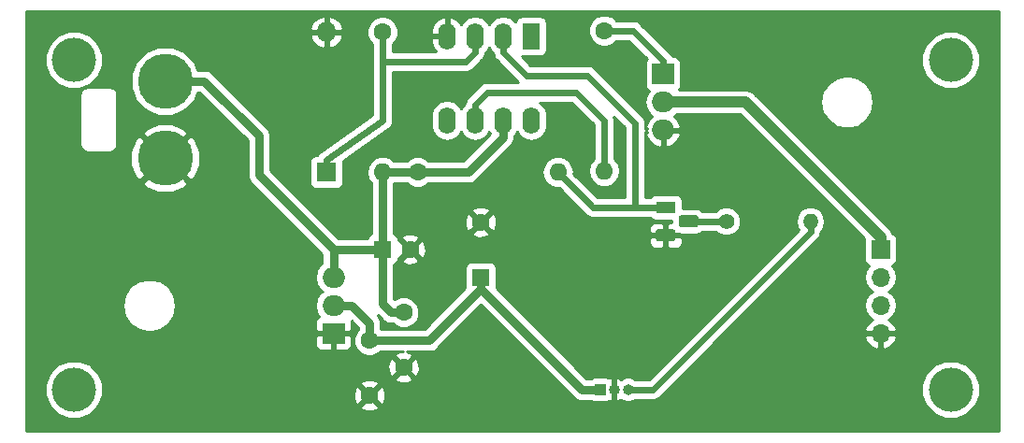
<source format=gbr>
G04 #@! TF.GenerationSoftware,KiCad,Pcbnew,(5.0.2-5)-5*
G04 #@! TF.CreationDate,2019-02-27T22:15:12+01:00*
G04 #@! TF.ProjectId,IkeaTradfriLEDdriver,496b6561-5472-4616-9466-72694c454464,rev?*
G04 #@! TF.SameCoordinates,Original*
G04 #@! TF.FileFunction,Copper,L2,Bot*
G04 #@! TF.FilePolarity,Positive*
%FSLAX46Y46*%
G04 Gerber Fmt 4.6, Leading zero omitted, Abs format (unit mm)*
G04 Created by KiCad (PCBNEW (5.0.2-5)-5) date 2019 February 27, Wednesday 22:15:12*
%MOMM*%
%LPD*%
G01*
G04 APERTURE LIST*
G04 #@! TA.AperFunction,ComponentPad*
%ADD10O,2.000000X1.905000*%
G04 #@! TD*
G04 #@! TA.AperFunction,ComponentPad*
%ADD11R,2.000000X1.905000*%
G04 #@! TD*
G04 #@! TA.AperFunction,ComponentPad*
%ADD12R,1.800000X1.100000*%
G04 #@! TD*
G04 #@! TA.AperFunction,Conductor*
%ADD13C,0.100000*%
G04 #@! TD*
G04 #@! TA.AperFunction,ComponentPad*
%ADD14C,1.100000*%
G04 #@! TD*
G04 #@! TA.AperFunction,ComponentPad*
%ADD15O,1.600000X2.400000*%
G04 #@! TD*
G04 #@! TA.AperFunction,ComponentPad*
%ADD16R,1.600000X2.400000*%
G04 #@! TD*
G04 #@! TA.AperFunction,ComponentPad*
%ADD17R,1.600000X1.600000*%
G04 #@! TD*
G04 #@! TA.AperFunction,ComponentPad*
%ADD18C,1.600000*%
G04 #@! TD*
G04 #@! TA.AperFunction,ComponentPad*
%ADD19R,1.800000X1.800000*%
G04 #@! TD*
G04 #@! TA.AperFunction,ComponentPad*
%ADD20O,1.800000X1.800000*%
G04 #@! TD*
G04 #@! TA.AperFunction,ComponentPad*
%ADD21R,1.000000X1.000000*%
G04 #@! TD*
G04 #@! TA.AperFunction,ComponentPad*
%ADD22O,1.000000X1.000000*%
G04 #@! TD*
G04 #@! TA.AperFunction,ComponentPad*
%ADD23R,1.700000X1.700000*%
G04 #@! TD*
G04 #@! TA.AperFunction,ComponentPad*
%ADD24O,1.700000X1.700000*%
G04 #@! TD*
G04 #@! TA.AperFunction,ComponentPad*
%ADD25O,1.600000X1.600000*%
G04 #@! TD*
G04 #@! TA.AperFunction,ComponentPad*
%ADD26C,1.400000*%
G04 #@! TD*
G04 #@! TA.AperFunction,ComponentPad*
%ADD27O,1.400000X1.400000*%
G04 #@! TD*
G04 #@! TA.AperFunction,ComponentPad*
%ADD28C,5.000000*%
G04 #@! TD*
G04 #@! TA.AperFunction,ViaPad*
%ADD29C,4.000000*%
G04 #@! TD*
G04 #@! TA.AperFunction,Conductor*
%ADD30C,0.800000*%
G04 #@! TD*
G04 #@! TA.AperFunction,Conductor*
%ADD31C,0.600000*%
G04 #@! TD*
G04 #@! TA.AperFunction,Conductor*
%ADD32C,1.000000*%
G04 #@! TD*
G04 #@! TA.AperFunction,Conductor*
%ADD33C,0.250000*%
G04 #@! TD*
G04 #@! TA.AperFunction,Conductor*
%ADD34C,0.254000*%
G04 #@! TD*
G04 APERTURE END LIST*
D10*
G04 #@! TO.P,U2,3*
G04 #@! TO.N,+12V*
X123825000Y-93980000D03*
G04 #@! TO.P,U2,2*
G04 #@! TO.N,+3V3*
X123825000Y-96520000D03*
D11*
G04 #@! TO.P,U2,1*
G04 #@! TO.N,GND*
X123825000Y-99060000D03*
G04 #@! TD*
D10*
G04 #@! TO.P,Q1,3*
G04 #@! TO.N,GND*
X153670000Y-80645000D03*
G04 #@! TO.P,Q1,2*
G04 #@! TO.N,Net-(J3-Pad1)*
X153670000Y-78105000D03*
D11*
G04 #@! TO.P,Q1,1*
G04 #@! TO.N,Net-(Q1-Pad1)*
X153670000Y-75565000D03*
G04 #@! TD*
D12*
G04 #@! TO.P,Q2,1*
G04 #@! TO.N,Net-(Q2-Pad1)*
X153905000Y-87630000D03*
D13*
G04 #@! TD*
G04 #@! TO.N,GND*
G04 #@! TO.C,Q2*
G36*
X154556955Y-89621324D02*
X154583650Y-89625284D01*
X154609828Y-89631841D01*
X154635238Y-89640933D01*
X154659634Y-89652472D01*
X154682782Y-89666346D01*
X154704458Y-89682422D01*
X154724454Y-89700546D01*
X154742578Y-89720542D01*
X154758654Y-89742218D01*
X154772528Y-89765366D01*
X154784067Y-89789762D01*
X154793159Y-89815172D01*
X154799716Y-89841350D01*
X154803676Y-89868045D01*
X154805000Y-89895000D01*
X154805000Y-90445000D01*
X154803676Y-90471955D01*
X154799716Y-90498650D01*
X154793159Y-90524828D01*
X154784067Y-90550238D01*
X154772528Y-90574634D01*
X154758654Y-90597782D01*
X154742578Y-90619458D01*
X154724454Y-90639454D01*
X154704458Y-90657578D01*
X154682782Y-90673654D01*
X154659634Y-90687528D01*
X154635238Y-90699067D01*
X154609828Y-90708159D01*
X154583650Y-90714716D01*
X154556955Y-90718676D01*
X154530000Y-90720000D01*
X153280000Y-90720000D01*
X153253045Y-90718676D01*
X153226350Y-90714716D01*
X153200172Y-90708159D01*
X153174762Y-90699067D01*
X153150366Y-90687528D01*
X153127218Y-90673654D01*
X153105542Y-90657578D01*
X153085546Y-90639454D01*
X153067422Y-90619458D01*
X153051346Y-90597782D01*
X153037472Y-90574634D01*
X153025933Y-90550238D01*
X153016841Y-90524828D01*
X153010284Y-90498650D01*
X153006324Y-90471955D01*
X153005000Y-90445000D01*
X153005000Y-89895000D01*
X153006324Y-89868045D01*
X153010284Y-89841350D01*
X153016841Y-89815172D01*
X153025933Y-89789762D01*
X153037472Y-89765366D01*
X153051346Y-89742218D01*
X153067422Y-89720542D01*
X153085546Y-89700546D01*
X153105542Y-89682422D01*
X153127218Y-89666346D01*
X153150366Y-89652472D01*
X153174762Y-89640933D01*
X153200172Y-89631841D01*
X153226350Y-89625284D01*
X153253045Y-89621324D01*
X153280000Y-89620000D01*
X154530000Y-89620000D01*
X154556955Y-89621324D01*
X154556955Y-89621324D01*
G37*
D14*
G04 #@! TO.P,Q2,3*
G04 #@! TO.N,GND*
X153905000Y-90170000D03*
D13*
G04 #@! TD*
G04 #@! TO.N,Net-(Q2-Pad2)*
G04 #@! TO.C,Q2*
G36*
X156626955Y-88351324D02*
X156653650Y-88355284D01*
X156679828Y-88361841D01*
X156705238Y-88370933D01*
X156729634Y-88382472D01*
X156752782Y-88396346D01*
X156774458Y-88412422D01*
X156794454Y-88430546D01*
X156812578Y-88450542D01*
X156828654Y-88472218D01*
X156842528Y-88495366D01*
X156854067Y-88519762D01*
X156863159Y-88545172D01*
X156869716Y-88571350D01*
X156873676Y-88598045D01*
X156875000Y-88625000D01*
X156875000Y-89175000D01*
X156873676Y-89201955D01*
X156869716Y-89228650D01*
X156863159Y-89254828D01*
X156854067Y-89280238D01*
X156842528Y-89304634D01*
X156828654Y-89327782D01*
X156812578Y-89349458D01*
X156794454Y-89369454D01*
X156774458Y-89387578D01*
X156752782Y-89403654D01*
X156729634Y-89417528D01*
X156705238Y-89429067D01*
X156679828Y-89438159D01*
X156653650Y-89444716D01*
X156626955Y-89448676D01*
X156600000Y-89450000D01*
X155350000Y-89450000D01*
X155323045Y-89448676D01*
X155296350Y-89444716D01*
X155270172Y-89438159D01*
X155244762Y-89429067D01*
X155220366Y-89417528D01*
X155197218Y-89403654D01*
X155175542Y-89387578D01*
X155155546Y-89369454D01*
X155137422Y-89349458D01*
X155121346Y-89327782D01*
X155107472Y-89304634D01*
X155095933Y-89280238D01*
X155086841Y-89254828D01*
X155080284Y-89228650D01*
X155076324Y-89201955D01*
X155075000Y-89175000D01*
X155075000Y-88625000D01*
X155076324Y-88598045D01*
X155080284Y-88571350D01*
X155086841Y-88545172D01*
X155095933Y-88519762D01*
X155107472Y-88495366D01*
X155121346Y-88472218D01*
X155137422Y-88450542D01*
X155155546Y-88430546D01*
X155175542Y-88412422D01*
X155197218Y-88396346D01*
X155220366Y-88382472D01*
X155244762Y-88370933D01*
X155270172Y-88361841D01*
X155296350Y-88355284D01*
X155323045Y-88351324D01*
X155350000Y-88350000D01*
X156600000Y-88350000D01*
X156626955Y-88351324D01*
X156626955Y-88351324D01*
G37*
D14*
G04 #@! TO.P,Q2,2*
G04 #@! TO.N,Net-(Q2-Pad2)*
X155975000Y-88900000D03*
G04 #@! TD*
D15*
G04 #@! TO.P,U1,8*
G04 #@! TO.N,N/C*
X141732000Y-79756000D03*
G04 #@! TO.P,U1,4*
G04 #@! TO.N,GND*
X134112000Y-72136000D03*
G04 #@! TO.P,U1,7*
G04 #@! TO.N,+12V*
X139192000Y-79756000D03*
G04 #@! TO.P,U1,3*
G04 #@! TO.N,Net-(D1-Pad1)*
X136652000Y-72136000D03*
G04 #@! TO.P,U1,6*
G04 #@! TO.N,Net-(R3-Pad2)*
X136652000Y-79756000D03*
G04 #@! TO.P,U1,2*
G04 #@! TO.N,Net-(Q2-Pad1)*
X139192000Y-72136000D03*
G04 #@! TO.P,U1,5*
G04 #@! TO.N,N/C*
X134112000Y-79756000D03*
D16*
G04 #@! TO.P,U1,1*
X141732000Y-72136000D03*
G04 #@! TD*
D17*
G04 #@! TO.P,C1,1*
G04 #@! TO.N,+12V*
X128270000Y-91440000D03*
D18*
G04 #@! TO.P,C1,2*
G04 #@! TO.N,GND*
X130770000Y-91440000D03*
G04 #@! TD*
G04 #@! TO.P,C2,1*
G04 #@! TO.N,+12V*
X130175000Y-97155000D03*
G04 #@! TO.P,C2,2*
G04 #@! TO.N,GND*
X130175000Y-102155000D03*
G04 #@! TD*
G04 #@! TO.P,C3,2*
G04 #@! TO.N,GND*
X127080000Y-104695000D03*
G04 #@! TO.P,C3,1*
G04 #@! TO.N,+3V3*
X127080000Y-99695000D03*
G04 #@! TD*
D17*
G04 #@! TO.P,C4,1*
G04 #@! TO.N,+3V3*
X137160000Y-93980000D03*
D18*
G04 #@! TO.P,C4,2*
G04 #@! TO.N,GND*
X137160000Y-88980000D03*
G04 #@! TD*
D19*
G04 #@! TO.P,D1,1*
G04 #@! TO.N,Net-(D1-Pad1)*
X123190000Y-84455000D03*
D20*
G04 #@! TO.P,D1,2*
G04 #@! TO.N,GND*
X123190000Y-71755000D03*
G04 #@! TD*
D21*
G04 #@! TO.P,J2,1*
G04 #@! TO.N,+3V3*
X147955000Y-104140000D03*
D22*
G04 #@! TO.P,J2,2*
G04 #@! TO.N,GND*
X149225000Y-104140000D03*
G04 #@! TO.P,J2,3*
G04 #@! TO.N,pwm*
X150495000Y-104140000D03*
G04 #@! TD*
D23*
G04 #@! TO.P,J3,1*
G04 #@! TO.N,Net-(J3-Pad1)*
X173355000Y-91440000D03*
D24*
G04 #@! TO.P,J3,2*
X173355000Y-93980000D03*
G04 #@! TO.P,J3,3*
X173355000Y-96520000D03*
G04 #@! TO.P,J3,4*
G04 #@! TO.N,GND*
X173355000Y-99060000D03*
G04 #@! TD*
D25*
G04 #@! TO.P,R1,2*
G04 #@! TO.N,+12V*
X128270000Y-84455000D03*
D18*
G04 #@! TO.P,R1,1*
G04 #@! TO.N,Net-(D1-Pad1)*
X128270000Y-71755000D03*
G04 #@! TD*
G04 #@! TO.P,R2,1*
G04 #@! TO.N,+12V*
X131445000Y-84455000D03*
D25*
G04 #@! TO.P,R2,2*
G04 #@! TO.N,Net-(Q2-Pad1)*
X144145000Y-84455000D03*
G04 #@! TD*
D18*
G04 #@! TO.P,R3,1*
G04 #@! TO.N,Net-(Q1-Pad1)*
X148336000Y-71628000D03*
D25*
G04 #@! TO.P,R3,2*
G04 #@! TO.N,Net-(R3-Pad2)*
X148336000Y-84328000D03*
G04 #@! TD*
D26*
G04 #@! TO.P,R4,1*
G04 #@! TO.N,Net-(Q2-Pad2)*
X159385000Y-88900000D03*
D27*
G04 #@! TO.P,R4,2*
G04 #@! TO.N,pwm*
X167005000Y-88900000D03*
G04 #@! TD*
D28*
G04 #@! TO.P,H1,1*
G04 #@! TO.N,+12V*
X108585000Y-76200000D03*
G04 #@! TD*
G04 #@! TO.P,H2,1*
G04 #@! TO.N,GND*
X108585000Y-83185000D03*
G04 #@! TD*
D29*
G04 #@! TO.N,*
X100330000Y-104140000D03*
X100330000Y-74295000D03*
X179705000Y-74295000D03*
X179705000Y-104140000D03*
G04 #@! TD*
D30*
G04 #@! TO.N,+12V*
X123825000Y-91440000D02*
X123825000Y-93980000D01*
X128270000Y-84455000D02*
X128270000Y-91440000D01*
X128270000Y-92490000D02*
X128270000Y-91440000D01*
X128270000Y-96381370D02*
X128270000Y-92490000D01*
X129043630Y-97155000D02*
X128270000Y-96381370D01*
X130175000Y-97155000D02*
X129043630Y-97155000D01*
X128270000Y-84455000D02*
X131445000Y-84455000D01*
X139192000Y-81280000D02*
X139192000Y-79756000D01*
X131445000Y-84455000D02*
X136017000Y-84455000D01*
X136017000Y-84455000D02*
X139192000Y-81280000D01*
X112120533Y-76200000D02*
X117094000Y-81173467D01*
X108585000Y-76200000D02*
X112120533Y-76200000D01*
X117094000Y-84709000D02*
X123825000Y-91440000D01*
X117094000Y-81173467D02*
X117094000Y-84709000D01*
X127220000Y-91440000D02*
X123825000Y-91440000D01*
X128270000Y-91440000D02*
X127220000Y-91440000D01*
G04 #@! TO.N,+3V3*
X127080000Y-99695000D02*
X127080000Y-98124000D01*
X127080000Y-98124000D02*
X125476000Y-96520000D01*
X125476000Y-96520000D02*
X123825000Y-96520000D01*
X137160000Y-95030000D02*
X137160000Y-93980000D01*
X132495000Y-99695000D02*
X137160000Y-95030000D01*
X127080000Y-99695000D02*
X132495000Y-99695000D01*
X146270000Y-104140000D02*
X137160000Y-95030000D01*
X147955000Y-104140000D02*
X146270000Y-104140000D01*
D31*
G04 #@! TO.N,Net-(D1-Pad1)*
X135816000Y-74422000D02*
X129025000Y-74422000D01*
X136652000Y-73586000D02*
X135816000Y-74422000D01*
X136652000Y-72136000D02*
X136652000Y-73586000D01*
X128270000Y-74422000D02*
X129025000Y-74422000D01*
X128270000Y-71755000D02*
X128270000Y-74422000D01*
X123190000Y-83305000D02*
X123190000Y-84455000D01*
X128270000Y-74422000D02*
X128270000Y-79756000D01*
X128270000Y-79756000D02*
X123190000Y-83305000D01*
G04 #@! TO.N,pwm*
X151202106Y-104140000D02*
X150495000Y-104140000D01*
X152754949Y-104140000D02*
X151202106Y-104140000D01*
X167005000Y-89889949D02*
X152754949Y-104140000D01*
X167005000Y-88900000D02*
X167005000Y-89889949D01*
D32*
G04 #@! TO.N,Net-(J3-Pad1)*
X173355000Y-90340000D02*
X173355000Y-91440000D01*
X161120000Y-78105000D02*
X173355000Y-90340000D01*
X153670000Y-78105000D02*
X161120000Y-78105000D01*
D33*
G04 #@! TO.N,Net-(Q1-Pad1)*
X153622500Y-75565000D02*
X153670000Y-75565000D01*
D31*
X153670000Y-74362500D02*
X153670000Y-75565000D01*
X150935500Y-71628000D02*
X153670000Y-74362500D01*
X148336000Y-71628000D02*
X150935500Y-71628000D01*
G04 #@! TO.N,Net-(Q2-Pad2)*
X155575000Y-88900000D02*
X159385000Y-88900000D01*
G04 #@! TO.N,Net-(Q2-Pad1)*
X147320000Y-87630000D02*
X144145000Y-84455000D01*
X139192000Y-73586000D02*
X141298000Y-75692000D01*
X139192000Y-72136000D02*
X139192000Y-73586000D01*
X141298000Y-75692000D02*
X146812000Y-75692000D01*
X151130000Y-80010000D02*
X151130000Y-87630000D01*
X146812000Y-75692000D02*
X151130000Y-80010000D01*
X154305000Y-87630000D02*
X151130000Y-87630000D01*
X151130000Y-87630000D02*
X147320000Y-87630000D01*
G04 #@! TO.N,Net-(R3-Pad2)*
X148336000Y-79756000D02*
X148336000Y-84328000D01*
X145796000Y-77216000D02*
X148336000Y-79756000D01*
X137742000Y-77216000D02*
X145796000Y-77216000D01*
X136652000Y-79756000D02*
X136652000Y-78306000D01*
X136652000Y-78306000D02*
X137742000Y-77216000D01*
G04 #@! TD*
D34*
G04 #@! TO.N,GND*
G36*
X184058001Y-107908000D02*
X95977000Y-107908000D01*
X95977000Y-103617457D01*
X97703000Y-103617457D01*
X97703000Y-104662543D01*
X98102937Y-105628076D01*
X98841924Y-106367063D01*
X99807457Y-106767000D01*
X100852543Y-106767000D01*
X101818076Y-106367063D01*
X102482394Y-105702745D01*
X126251861Y-105702745D01*
X126325995Y-105948864D01*
X126863223Y-106141965D01*
X127433454Y-106114778D01*
X127834005Y-105948864D01*
X127908139Y-105702745D01*
X127080000Y-104874605D01*
X126251861Y-105702745D01*
X102482394Y-105702745D01*
X102557063Y-105628076D01*
X102957000Y-104662543D01*
X102957000Y-104478223D01*
X125633035Y-104478223D01*
X125660222Y-105048454D01*
X125826136Y-105449005D01*
X126072255Y-105523139D01*
X126900395Y-104695000D01*
X127259605Y-104695000D01*
X128087745Y-105523139D01*
X128333864Y-105449005D01*
X128526965Y-104911777D01*
X128499778Y-104341546D01*
X128333864Y-103940995D01*
X128087745Y-103866861D01*
X127259605Y-104695000D01*
X126900395Y-104695000D01*
X126072255Y-103866861D01*
X125826136Y-103940995D01*
X125633035Y-104478223D01*
X102957000Y-104478223D01*
X102957000Y-103687255D01*
X126251861Y-103687255D01*
X127080000Y-104515395D01*
X127908139Y-103687255D01*
X127834005Y-103441136D01*
X127296777Y-103248035D01*
X126726546Y-103275222D01*
X126325995Y-103441136D01*
X126251861Y-103687255D01*
X102957000Y-103687255D01*
X102957000Y-103617457D01*
X102768653Y-103162745D01*
X129346861Y-103162745D01*
X129420995Y-103408864D01*
X129958223Y-103601965D01*
X130528454Y-103574778D01*
X130929005Y-103408864D01*
X131003139Y-103162745D01*
X130175000Y-102334605D01*
X129346861Y-103162745D01*
X102768653Y-103162745D01*
X102557063Y-102651924D01*
X101843362Y-101938223D01*
X128728035Y-101938223D01*
X128755222Y-102508454D01*
X128921136Y-102909005D01*
X129167255Y-102983139D01*
X129995395Y-102155000D01*
X130354605Y-102155000D01*
X131182745Y-102983139D01*
X131428864Y-102909005D01*
X131621965Y-102371777D01*
X131594778Y-101801546D01*
X131428864Y-101400995D01*
X131182745Y-101326861D01*
X130354605Y-102155000D01*
X129995395Y-102155000D01*
X129167255Y-101326861D01*
X128921136Y-101400995D01*
X128728035Y-101938223D01*
X101843362Y-101938223D01*
X101818076Y-101912937D01*
X100852543Y-101513000D01*
X99807457Y-101513000D01*
X98841924Y-101912937D01*
X98102937Y-102651924D01*
X97703000Y-103617457D01*
X95977000Y-103617457D01*
X95977000Y-99345750D01*
X122190000Y-99345750D01*
X122190000Y-100138809D01*
X122286673Y-100372198D01*
X122465301Y-100550827D01*
X122698690Y-100647500D01*
X123539250Y-100647500D01*
X123698000Y-100488750D01*
X123698000Y-99187000D01*
X123952000Y-99187000D01*
X123952000Y-100488750D01*
X124110750Y-100647500D01*
X124951310Y-100647500D01*
X125184699Y-100550827D01*
X125363327Y-100372198D01*
X125460000Y-100138809D01*
X125460000Y-99345750D01*
X125301250Y-99187000D01*
X123952000Y-99187000D01*
X123698000Y-99187000D01*
X122348750Y-99187000D01*
X122190000Y-99345750D01*
X95977000Y-99345750D01*
X95977000Y-96520000D01*
X104741432Y-96520000D01*
X104925915Y-97447459D01*
X105451279Y-98233721D01*
X106237541Y-98759085D01*
X106930887Y-98897000D01*
X107399113Y-98897000D01*
X108092459Y-98759085D01*
X108878721Y-98233721D01*
X109404085Y-97447459D01*
X109588568Y-96520000D01*
X109404085Y-95592541D01*
X108878721Y-94806279D01*
X108092459Y-94280915D01*
X107399113Y-94143000D01*
X106930887Y-94143000D01*
X106237541Y-94280915D01*
X105451279Y-94806279D01*
X104925915Y-95592541D01*
X104741432Y-96520000D01*
X95977000Y-96520000D01*
X95977000Y-85420880D01*
X106528725Y-85420880D01*
X106810421Y-85843564D01*
X107962892Y-86320294D01*
X109210072Y-86319705D01*
X110359579Y-85843564D01*
X110641275Y-85420880D01*
X108585000Y-83364605D01*
X106528725Y-85420880D01*
X95977000Y-85420880D01*
X95977000Y-77470000D01*
X100858758Y-77470000D01*
X100873001Y-77541604D01*
X100873000Y-81843401D01*
X100858758Y-81915000D01*
X100915182Y-82198661D01*
X101075863Y-82439137D01*
X101312675Y-82597370D01*
X101316339Y-82599818D01*
X101600000Y-82656242D01*
X101671599Y-82642000D01*
X103433401Y-82642000D01*
X103505000Y-82656242D01*
X103788661Y-82599818D01*
X103843924Y-82562892D01*
X105449706Y-82562892D01*
X105450295Y-83810072D01*
X105926436Y-84959579D01*
X106349120Y-85241275D01*
X108405395Y-83185000D01*
X108764605Y-83185000D01*
X110820880Y-85241275D01*
X111243564Y-84959579D01*
X111720294Y-83807108D01*
X111719705Y-82559928D01*
X111243564Y-81410421D01*
X110820880Y-81128725D01*
X108764605Y-83185000D01*
X108405395Y-83185000D01*
X106349120Y-81128725D01*
X105926436Y-81410421D01*
X105449706Y-82562892D01*
X103843924Y-82562892D01*
X104029137Y-82439137D01*
X104189818Y-82198661D01*
X104232000Y-81986599D01*
X104232000Y-81986598D01*
X104246242Y-81915000D01*
X104232000Y-81843401D01*
X104232000Y-80949120D01*
X106528725Y-80949120D01*
X108585000Y-83005395D01*
X110641275Y-80949120D01*
X110359579Y-80526436D01*
X109207108Y-80049706D01*
X107959928Y-80050295D01*
X106810421Y-80526436D01*
X106528725Y-80949120D01*
X104232000Y-80949120D01*
X104232000Y-77541599D01*
X104246242Y-77470000D01*
X104189818Y-77186339D01*
X104029137Y-76945863D01*
X103788661Y-76785182D01*
X103576599Y-76743000D01*
X103505000Y-76728758D01*
X103433401Y-76743000D01*
X101671599Y-76743000D01*
X101600000Y-76728758D01*
X101528401Y-76743000D01*
X101316339Y-76785182D01*
X101075863Y-76945863D01*
X100915182Y-77186339D01*
X100858758Y-77470000D01*
X95977000Y-77470000D01*
X95977000Y-73772457D01*
X97703000Y-73772457D01*
X97703000Y-74817543D01*
X98102937Y-75783076D01*
X98841924Y-76522063D01*
X99807457Y-76922000D01*
X100852543Y-76922000D01*
X101818076Y-76522063D01*
X102557063Y-75783076D01*
X102642007Y-75578001D01*
X105458000Y-75578001D01*
X105458000Y-76821999D01*
X105934057Y-77971303D01*
X106813697Y-78850943D01*
X107963001Y-79327000D01*
X109206999Y-79327000D01*
X110356303Y-78850943D01*
X111235943Y-77971303D01*
X111544243Y-77227000D01*
X111695137Y-77227000D01*
X116067000Y-81598865D01*
X116067001Y-84607846D01*
X116046880Y-84709000D01*
X116076064Y-84855715D01*
X116126588Y-85109715D01*
X116353575Y-85449426D01*
X116439328Y-85506724D01*
X122798000Y-91865398D01*
X122798001Y-92734832D01*
X122638744Y-92841244D01*
X122289644Y-93363710D01*
X122167056Y-93980000D01*
X122289644Y-94596290D01*
X122638744Y-95118756D01*
X122835165Y-95250000D01*
X122638744Y-95381244D01*
X122289644Y-95903710D01*
X122167056Y-96520000D01*
X122289644Y-97136290D01*
X122554264Y-97532323D01*
X122465301Y-97569173D01*
X122286673Y-97747802D01*
X122190000Y-97981191D01*
X122190000Y-98774250D01*
X122348750Y-98933000D01*
X123698000Y-98933000D01*
X123698000Y-98913000D01*
X123952000Y-98913000D01*
X123952000Y-98933000D01*
X125301250Y-98933000D01*
X125460000Y-98774250D01*
X125460000Y-97981191D01*
X125442468Y-97938864D01*
X126053001Y-98549397D01*
X126053001Y-98703915D01*
X125870247Y-98886669D01*
X125653000Y-99411152D01*
X125653000Y-99978848D01*
X125870247Y-100503331D01*
X126271669Y-100904753D01*
X126796152Y-101122000D01*
X127363848Y-101122000D01*
X127888331Y-100904753D01*
X128071084Y-100722000D01*
X130098870Y-100722000D01*
X129821546Y-100735222D01*
X129420995Y-100901136D01*
X129346861Y-101147255D01*
X130175000Y-101975395D01*
X131003139Y-101147255D01*
X130929005Y-100901136D01*
X130430629Y-100722000D01*
X132393851Y-100722000D01*
X132495000Y-100742120D01*
X132596149Y-100722000D01*
X132596150Y-100722000D01*
X132895715Y-100662413D01*
X133235426Y-100435426D01*
X133292726Y-100349670D01*
X137160001Y-96482397D01*
X145472275Y-104794672D01*
X145529574Y-104880426D01*
X145869285Y-105107413D01*
X146168850Y-105167000D01*
X146168851Y-105167000D01*
X146270000Y-105187120D01*
X146371149Y-105167000D01*
X147115143Y-105167000D01*
X147210357Y-105230620D01*
X147455000Y-105279283D01*
X148455000Y-105279283D01*
X148699643Y-105230620D01*
X148781927Y-105175640D01*
X148923126Y-105234119D01*
X149098000Y-105107954D01*
X149098000Y-104267000D01*
X149094283Y-104267000D01*
X149094283Y-104140000D01*
X149345921Y-104140000D01*
X149371183Y-104267000D01*
X149352000Y-104267000D01*
X149352000Y-105107954D01*
X149526874Y-105234119D01*
X149785209Y-105127127D01*
X149854369Y-105067376D01*
X150055267Y-105201611D01*
X150384001Y-105267000D01*
X150605999Y-105267000D01*
X150934733Y-105201611D01*
X151136193Y-105067000D01*
X152663649Y-105067000D01*
X152754949Y-105085161D01*
X152846249Y-105067000D01*
X152846251Y-105067000D01*
X153116646Y-105013215D01*
X153423279Y-104808330D01*
X153475000Y-104730924D01*
X154588467Y-103617457D01*
X177078000Y-103617457D01*
X177078000Y-104662543D01*
X177477937Y-105628076D01*
X178216924Y-106367063D01*
X179182457Y-106767000D01*
X180227543Y-106767000D01*
X181193076Y-106367063D01*
X181932063Y-105628076D01*
X182332000Y-104662543D01*
X182332000Y-103617457D01*
X181932063Y-102651924D01*
X181193076Y-101912937D01*
X180227543Y-101513000D01*
X179182457Y-101513000D01*
X178216924Y-101912937D01*
X177477937Y-102651924D01*
X177078000Y-103617457D01*
X154588467Y-103617457D01*
X158789034Y-99416890D01*
X171913524Y-99416890D01*
X172083355Y-99826924D01*
X172473642Y-100255183D01*
X172998108Y-100501486D01*
X173228000Y-100380819D01*
X173228000Y-99187000D01*
X173482000Y-99187000D01*
X173482000Y-100380819D01*
X173711892Y-100501486D01*
X174236358Y-100255183D01*
X174626645Y-99826924D01*
X174796476Y-99416890D01*
X174675155Y-99187000D01*
X173482000Y-99187000D01*
X173228000Y-99187000D01*
X172034845Y-99187000D01*
X171913524Y-99416890D01*
X158789034Y-99416890D01*
X167595924Y-90610000D01*
X167673330Y-90558279D01*
X167878215Y-90251646D01*
X167932000Y-89981251D01*
X167950161Y-89889950D01*
X167945681Y-89867426D01*
X167961713Y-89856713D01*
X168255006Y-89417770D01*
X168357997Y-88900000D01*
X168255006Y-88382230D01*
X167961713Y-87943287D01*
X167522770Y-87649994D01*
X167135696Y-87573000D01*
X166874304Y-87573000D01*
X166487230Y-87649994D01*
X166048287Y-87943287D01*
X165754994Y-88382230D01*
X165652003Y-88900000D01*
X165754994Y-89417770D01*
X165919702Y-89664272D01*
X152370974Y-103213000D01*
X151136193Y-103213000D01*
X150934733Y-103078389D01*
X150605999Y-103013000D01*
X150384001Y-103013000D01*
X150055267Y-103078389D01*
X149854369Y-103212624D01*
X149785209Y-103152873D01*
X149526874Y-103045881D01*
X149352000Y-103172046D01*
X149352000Y-104013000D01*
X149371183Y-104013000D01*
X149345921Y-104140000D01*
X149094283Y-104140000D01*
X149094283Y-104013000D01*
X149098000Y-104013000D01*
X149098000Y-103172046D01*
X148923126Y-103045881D01*
X148781927Y-103104360D01*
X148699643Y-103049380D01*
X148455000Y-103000717D01*
X147455000Y-103000717D01*
X147210357Y-103049380D01*
X147115143Y-103113000D01*
X146695397Y-103113000D01*
X138559981Y-94977585D01*
X138599283Y-94780000D01*
X138599283Y-93180000D01*
X138550620Y-92935357D01*
X138412041Y-92727959D01*
X138204643Y-92589380D01*
X137960000Y-92540717D01*
X136360000Y-92540717D01*
X136115357Y-92589380D01*
X135907959Y-92727959D01*
X135769380Y-92935357D01*
X135720717Y-93180000D01*
X135720717Y-94780000D01*
X135760019Y-94977583D01*
X132069604Y-98668000D01*
X128107000Y-98668000D01*
X128107000Y-98225149D01*
X128127120Y-98124000D01*
X128107000Y-98022850D01*
X128047413Y-97723285D01*
X127821671Y-97385438D01*
X128245905Y-97809672D01*
X128303204Y-97895426D01*
X128569458Y-98073331D01*
X128642913Y-98122412D01*
X128642914Y-98122412D01*
X128642915Y-98122413D01*
X128942480Y-98182000D01*
X129043629Y-98202120D01*
X129144778Y-98182000D01*
X129183916Y-98182000D01*
X129366669Y-98364753D01*
X129891152Y-98582000D01*
X130458848Y-98582000D01*
X130983331Y-98364753D01*
X131384753Y-97963331D01*
X131602000Y-97438848D01*
X131602000Y-96871152D01*
X131384753Y-96346669D01*
X130983331Y-95945247D01*
X130458848Y-95728000D01*
X129891152Y-95728000D01*
X129366669Y-95945247D01*
X129326471Y-95985445D01*
X129297000Y-95955974D01*
X129297000Y-92834129D01*
X129314643Y-92830620D01*
X129522041Y-92692041D01*
X129660620Y-92484643D01*
X129667959Y-92447745D01*
X129941861Y-92447745D01*
X130015995Y-92693864D01*
X130553223Y-92886965D01*
X131123454Y-92859778D01*
X131524005Y-92693864D01*
X131598139Y-92447745D01*
X130770000Y-91619605D01*
X129941861Y-92447745D01*
X129667959Y-92447745D01*
X129706997Y-92251494D01*
X129762255Y-92268139D01*
X130590395Y-91440000D01*
X130949605Y-91440000D01*
X131777745Y-92268139D01*
X132023864Y-92194005D01*
X132216965Y-91656777D01*
X132189778Y-91086546D01*
X132023864Y-90685995D01*
X131777745Y-90611861D01*
X130949605Y-91440000D01*
X130590395Y-91440000D01*
X129762255Y-90611861D01*
X129706997Y-90628506D01*
X129667960Y-90432255D01*
X129941861Y-90432255D01*
X130770000Y-91260395D01*
X131574644Y-90455750D01*
X152370000Y-90455750D01*
X152370000Y-90846309D01*
X152466673Y-91079698D01*
X152645301Y-91258327D01*
X152878690Y-91355000D01*
X153619250Y-91355000D01*
X153778000Y-91196250D01*
X153778000Y-90297000D01*
X154032000Y-90297000D01*
X154032000Y-91196250D01*
X154190750Y-91355000D01*
X154931310Y-91355000D01*
X155164699Y-91258327D01*
X155343327Y-91079698D01*
X155440000Y-90846309D01*
X155440000Y-90455750D01*
X155281250Y-90297000D01*
X154032000Y-90297000D01*
X153778000Y-90297000D01*
X152528750Y-90297000D01*
X152370000Y-90455750D01*
X131574644Y-90455750D01*
X131598139Y-90432255D01*
X131524005Y-90186136D01*
X130986777Y-89993035D01*
X130416546Y-90020222D01*
X130015995Y-90186136D01*
X129941861Y-90432255D01*
X129667960Y-90432255D01*
X129660620Y-90395357D01*
X129522041Y-90187959D01*
X129314643Y-90049380D01*
X129297000Y-90045871D01*
X129297000Y-89987745D01*
X136331861Y-89987745D01*
X136405995Y-90233864D01*
X136943223Y-90426965D01*
X137513454Y-90399778D01*
X137914005Y-90233864D01*
X137988139Y-89987745D01*
X137160000Y-89159605D01*
X136331861Y-89987745D01*
X129297000Y-89987745D01*
X129297000Y-88763223D01*
X135713035Y-88763223D01*
X135740222Y-89333454D01*
X135906136Y-89734005D01*
X136152255Y-89808139D01*
X136980395Y-88980000D01*
X137339605Y-88980000D01*
X138167745Y-89808139D01*
X138413864Y-89734005D01*
X138500242Y-89493691D01*
X152370000Y-89493691D01*
X152370000Y-89884250D01*
X152528750Y-90043000D01*
X153778000Y-90043000D01*
X153778000Y-89143750D01*
X153619250Y-88985000D01*
X152878690Y-88985000D01*
X152645301Y-89081673D01*
X152466673Y-89260302D01*
X152370000Y-89493691D01*
X138500242Y-89493691D01*
X138606965Y-89196777D01*
X138579778Y-88626546D01*
X138413864Y-88225995D01*
X138167745Y-88151861D01*
X137339605Y-88980000D01*
X136980395Y-88980000D01*
X136152255Y-88151861D01*
X135906136Y-88225995D01*
X135713035Y-88763223D01*
X129297000Y-88763223D01*
X129297000Y-87972255D01*
X136331861Y-87972255D01*
X137160000Y-88800395D01*
X137988139Y-87972255D01*
X137914005Y-87726136D01*
X137376777Y-87533035D01*
X136806546Y-87560222D01*
X136405995Y-87726136D01*
X136331861Y-87972255D01*
X129297000Y-87972255D01*
X129297000Y-85485018D01*
X129298809Y-85483809D01*
X129300018Y-85482000D01*
X130453916Y-85482000D01*
X130636669Y-85664753D01*
X131161152Y-85882000D01*
X131728848Y-85882000D01*
X132253331Y-85664753D01*
X132436084Y-85482000D01*
X135915851Y-85482000D01*
X136017000Y-85502120D01*
X136118149Y-85482000D01*
X136118150Y-85482000D01*
X136417715Y-85422413D01*
X136757426Y-85195426D01*
X136814726Y-85109670D01*
X139846673Y-82077724D01*
X139932426Y-82020426D01*
X140159413Y-81680715D01*
X140219000Y-81381150D01*
X140219000Y-81381149D01*
X140239120Y-81280001D01*
X140220258Y-81185176D01*
X140220808Y-81184809D01*
X140462000Y-80823841D01*
X140703191Y-81184808D01*
X141175212Y-81500204D01*
X141732000Y-81610956D01*
X142288787Y-81500204D01*
X142760808Y-81184809D01*
X143076204Y-80712788D01*
X143159000Y-80296544D01*
X143159000Y-79215457D01*
X143076204Y-78799212D01*
X142760809Y-78327191D01*
X142485148Y-78143000D01*
X145412025Y-78143000D01*
X147409000Y-80139976D01*
X147409001Y-83231164D01*
X147307191Y-83299191D01*
X146991796Y-83771212D01*
X146881044Y-84328000D01*
X146991796Y-84884788D01*
X147307191Y-85356809D01*
X147779212Y-85672204D01*
X148195456Y-85755000D01*
X148476544Y-85755000D01*
X148892788Y-85672204D01*
X149364809Y-85356809D01*
X149680204Y-84884788D01*
X149790956Y-84328000D01*
X149680204Y-83771212D01*
X149364809Y-83299191D01*
X149263000Y-83231164D01*
X149263000Y-79847300D01*
X149281161Y-79755999D01*
X149259739Y-79648303D01*
X149210677Y-79401653D01*
X150203000Y-80393976D01*
X150203001Y-86703000D01*
X147703976Y-86703000D01*
X145576068Y-84575093D01*
X145599956Y-84455000D01*
X145489204Y-83898212D01*
X145173809Y-83426191D01*
X144701788Y-83110796D01*
X144285544Y-83028000D01*
X144004456Y-83028000D01*
X143588212Y-83110796D01*
X143116191Y-83426191D01*
X142800796Y-83898212D01*
X142690044Y-84455000D01*
X142800796Y-85011788D01*
X143116191Y-85483809D01*
X143588212Y-85799204D01*
X144004456Y-85882000D01*
X144261025Y-85882000D01*
X146599951Y-88220927D01*
X146651670Y-88298330D01*
X146958303Y-88503215D01*
X147228698Y-88557000D01*
X147228699Y-88557000D01*
X147319999Y-88575161D01*
X147411300Y-88557000D01*
X151038699Y-88557000D01*
X151130000Y-88575161D01*
X151221302Y-88557000D01*
X152502818Y-88557000D01*
X152552959Y-88632041D01*
X152760357Y-88770620D01*
X153005000Y-88819283D01*
X154435717Y-88819283D01*
X154435717Y-88985000D01*
X154190750Y-88985000D01*
X154032000Y-89143750D01*
X154032000Y-90043000D01*
X155117321Y-90043000D01*
X155350000Y-90089283D01*
X156600000Y-90089283D01*
X156949881Y-90019687D01*
X157238259Y-89827000D01*
X158435339Y-89827000D01*
X158633315Y-90024976D01*
X159121043Y-90227000D01*
X159648957Y-90227000D01*
X160136685Y-90024976D01*
X160509976Y-89651685D01*
X160712000Y-89163957D01*
X160712000Y-88636043D01*
X160509976Y-88148315D01*
X160136685Y-87775024D01*
X159648957Y-87573000D01*
X159121043Y-87573000D01*
X158633315Y-87775024D01*
X158435339Y-87973000D01*
X157238259Y-87973000D01*
X156949881Y-87780313D01*
X156600000Y-87710717D01*
X155444283Y-87710717D01*
X155444283Y-87080000D01*
X155395620Y-86835357D01*
X155257041Y-86627959D01*
X155049643Y-86489380D01*
X154805000Y-86440717D01*
X153005000Y-86440717D01*
X152760357Y-86489380D01*
X152552959Y-86627959D01*
X152502818Y-86703000D01*
X152057000Y-86703000D01*
X152057000Y-80772002D01*
X152199405Y-80772002D01*
X152079437Y-81017980D01*
X152294027Y-81511924D01*
X152726909Y-81954318D01*
X153296136Y-82197380D01*
X153543000Y-82070572D01*
X153543000Y-80772000D01*
X153797000Y-80772000D01*
X153797000Y-82070572D01*
X154043864Y-82197380D01*
X154613091Y-81954318D01*
X155045973Y-81511924D01*
X155260563Y-81017980D01*
X155140594Y-80772000D01*
X153797000Y-80772000D01*
X153543000Y-80772000D01*
X153523000Y-80772000D01*
X153523000Y-80518000D01*
X153543000Y-80518000D01*
X153543000Y-80498000D01*
X153797000Y-80498000D01*
X153797000Y-80518000D01*
X155140594Y-80518000D01*
X155260563Y-80272020D01*
X155045973Y-79778076D01*
X154654834Y-79378342D01*
X154856256Y-79243756D01*
X154864111Y-79232000D01*
X160653182Y-79232000D01*
X171889851Y-90468670D01*
X171865717Y-90590000D01*
X171865717Y-92290000D01*
X171914380Y-92534643D01*
X172052959Y-92742041D01*
X172260357Y-92880620D01*
X172323123Y-92893105D01*
X172290142Y-92915142D01*
X171963697Y-93403703D01*
X171849064Y-93980000D01*
X171963697Y-94556297D01*
X172290142Y-95044858D01*
X172597160Y-95250000D01*
X172290142Y-95455142D01*
X171963697Y-95943703D01*
X171849064Y-96520000D01*
X171963697Y-97096297D01*
X172290142Y-97584858D01*
X172611934Y-97799872D01*
X172473642Y-97864817D01*
X172083355Y-98293076D01*
X171913524Y-98703110D01*
X172034845Y-98933000D01*
X173228000Y-98933000D01*
X173228000Y-98913000D01*
X173482000Y-98913000D01*
X173482000Y-98933000D01*
X174675155Y-98933000D01*
X174796476Y-98703110D01*
X174626645Y-98293076D01*
X174236358Y-97864817D01*
X174098066Y-97799872D01*
X174419858Y-97584858D01*
X174746303Y-97096297D01*
X174860936Y-96520000D01*
X174746303Y-95943703D01*
X174419858Y-95455142D01*
X174112840Y-95250000D01*
X174419858Y-95044858D01*
X174746303Y-94556297D01*
X174860936Y-93980000D01*
X174746303Y-93403703D01*
X174419858Y-92915142D01*
X174386877Y-92893105D01*
X174449643Y-92880620D01*
X174657041Y-92742041D01*
X174795620Y-92534643D01*
X174844283Y-92290000D01*
X174844283Y-90590000D01*
X174795620Y-90345357D01*
X174657041Y-90137959D01*
X174449643Y-89999380D01*
X174435777Y-89996622D01*
X174416611Y-89900267D01*
X174409718Y-89889950D01*
X174331718Y-89773215D01*
X174167522Y-89527478D01*
X174073421Y-89464602D01*
X162713819Y-78105000D01*
X167906432Y-78105000D01*
X168090915Y-79032459D01*
X168616279Y-79818721D01*
X169402541Y-80344085D01*
X170095887Y-80482000D01*
X170564113Y-80482000D01*
X171257459Y-80344085D01*
X172043721Y-79818721D01*
X172569085Y-79032459D01*
X172753568Y-78105000D01*
X172569085Y-77177541D01*
X172043721Y-76391279D01*
X171257459Y-75865915D01*
X170564113Y-75728000D01*
X170095887Y-75728000D01*
X169402541Y-75865915D01*
X168616279Y-76391279D01*
X168090915Y-77177541D01*
X167906432Y-78105000D01*
X162713819Y-78105000D01*
X161995400Y-77386582D01*
X161932522Y-77292478D01*
X161559733Y-77043389D01*
X161230999Y-76978000D01*
X161230998Y-76978000D01*
X161120000Y-76955921D01*
X161009002Y-76978000D01*
X155109381Y-76978000D01*
X155122041Y-76969541D01*
X155260620Y-76762143D01*
X155309283Y-76517500D01*
X155309283Y-74612500D01*
X155260620Y-74367857D01*
X155122041Y-74160459D01*
X154914643Y-74021880D01*
X154670000Y-73973217D01*
X154524783Y-73973217D01*
X154390640Y-73772457D01*
X177078000Y-73772457D01*
X177078000Y-74817543D01*
X177477937Y-75783076D01*
X178216924Y-76522063D01*
X179182457Y-76922000D01*
X180227543Y-76922000D01*
X181193076Y-76522063D01*
X181932063Y-75783076D01*
X182332000Y-74817543D01*
X182332000Y-73772457D01*
X181932063Y-72806924D01*
X181193076Y-72067937D01*
X180227543Y-71668000D01*
X179182457Y-71668000D01*
X178216924Y-72067937D01*
X177477937Y-72806924D01*
X177078000Y-73772457D01*
X154390640Y-73772457D01*
X154338330Y-73694170D01*
X154260928Y-73642452D01*
X151655551Y-71037075D01*
X151603830Y-70959670D01*
X151297197Y-70754785D01*
X151026802Y-70701000D01*
X151026800Y-70701000D01*
X150935500Y-70682839D01*
X150844200Y-70701000D01*
X149427084Y-70701000D01*
X149144331Y-70418247D01*
X148619848Y-70201000D01*
X148052152Y-70201000D01*
X147527669Y-70418247D01*
X147126247Y-70819669D01*
X146909000Y-71344152D01*
X146909000Y-71911848D01*
X147126247Y-72436331D01*
X147527669Y-72837753D01*
X148052152Y-73055000D01*
X148619848Y-73055000D01*
X149144331Y-72837753D01*
X149427084Y-72555000D01*
X150551525Y-72555000D01*
X152193536Y-74197011D01*
X152079380Y-74367857D01*
X152030717Y-74612500D01*
X152030717Y-76517500D01*
X152079380Y-76762143D01*
X152217959Y-76969541D01*
X152400184Y-77091300D01*
X152134644Y-77488710D01*
X152012056Y-78105000D01*
X152134644Y-78721290D01*
X152483744Y-79243756D01*
X152685166Y-79378342D01*
X152294027Y-79778076D01*
X152079437Y-80272020D01*
X152199405Y-80517998D01*
X152057000Y-80517998D01*
X152057000Y-80101300D01*
X152075161Y-80009999D01*
X152024637Y-79755999D01*
X152003215Y-79648303D01*
X151798330Y-79341670D01*
X151720928Y-79289952D01*
X147532051Y-75101076D01*
X147480330Y-75023670D01*
X147173697Y-74818785D01*
X146903302Y-74765000D01*
X146903300Y-74765000D01*
X146812000Y-74746839D01*
X146720700Y-74765000D01*
X141681976Y-74765000D01*
X140882390Y-73965415D01*
X140932000Y-73975283D01*
X142532000Y-73975283D01*
X142776643Y-73926620D01*
X142984041Y-73788041D01*
X143122620Y-73580643D01*
X143171283Y-73336000D01*
X143171283Y-70936000D01*
X143122620Y-70691357D01*
X142984041Y-70483959D01*
X142776643Y-70345380D01*
X142532000Y-70296717D01*
X140932000Y-70296717D01*
X140687357Y-70345380D01*
X140479959Y-70483959D01*
X140341380Y-70691357D01*
X140311294Y-70842610D01*
X140220809Y-70707191D01*
X139748788Y-70391796D01*
X139192000Y-70281044D01*
X138635213Y-70391796D01*
X138163192Y-70707191D01*
X137922000Y-71068158D01*
X137680809Y-70707191D01*
X137208788Y-70391796D01*
X136652000Y-70281044D01*
X136095213Y-70391796D01*
X135623192Y-70707191D01*
X135384756Y-71064034D01*
X135036896Y-70631500D01*
X134543819Y-70361633D01*
X134461039Y-70344096D01*
X134239000Y-70466085D01*
X134239000Y-72009000D01*
X134259000Y-72009000D01*
X134259000Y-72263000D01*
X134239000Y-72263000D01*
X134239000Y-72283000D01*
X133985000Y-72283000D01*
X133985000Y-72263000D01*
X132677000Y-72263000D01*
X132677000Y-72663000D01*
X132834834Y-73202483D01*
X133070087Y-73495000D01*
X129197000Y-73495000D01*
X129197000Y-72846084D01*
X129479753Y-72563331D01*
X129697000Y-72038848D01*
X129697000Y-71609000D01*
X132677000Y-71609000D01*
X132677000Y-72009000D01*
X133985000Y-72009000D01*
X133985000Y-70466085D01*
X133762961Y-70344096D01*
X133680181Y-70361633D01*
X133187104Y-70631500D01*
X132834834Y-71069517D01*
X132677000Y-71609000D01*
X129697000Y-71609000D01*
X129697000Y-71471152D01*
X129479753Y-70946669D01*
X129078331Y-70545247D01*
X128553848Y-70328000D01*
X127986152Y-70328000D01*
X127461669Y-70545247D01*
X127060247Y-70946669D01*
X126843000Y-71471152D01*
X126843000Y-72038848D01*
X127060247Y-72563331D01*
X127343000Y-72846084D01*
X127343001Y-74330694D01*
X127324839Y-74422000D01*
X127343000Y-74513302D01*
X127343001Y-79272807D01*
X122667023Y-82539548D01*
X122521670Y-82636670D01*
X122464560Y-82722142D01*
X122393401Y-82796317D01*
X122363103Y-82873984D01*
X122335218Y-82915717D01*
X122290000Y-82915717D01*
X122045357Y-82964380D01*
X121837959Y-83102959D01*
X121699380Y-83310357D01*
X121650717Y-83555000D01*
X121650717Y-85355000D01*
X121699380Y-85599643D01*
X121837959Y-85807041D01*
X122045357Y-85945620D01*
X122290000Y-85994283D01*
X124090000Y-85994283D01*
X124334643Y-85945620D01*
X124542041Y-85807041D01*
X124680620Y-85599643D01*
X124729283Y-85355000D01*
X124729283Y-83555000D01*
X124695304Y-83384176D01*
X128793009Y-80521430D01*
X128938330Y-80424330D01*
X128995438Y-80338861D01*
X129066599Y-80264684D01*
X129096898Y-80187015D01*
X129143215Y-80117697D01*
X129163268Y-80016882D01*
X129200627Y-79921117D01*
X129197000Y-79746376D01*
X129197000Y-75349000D01*
X135724700Y-75349000D01*
X135816000Y-75367161D01*
X135907300Y-75349000D01*
X135907302Y-75349000D01*
X136177697Y-75295215D01*
X136484330Y-75090330D01*
X136536050Y-75012925D01*
X137242927Y-74306049D01*
X137320330Y-74254330D01*
X137525215Y-73947697D01*
X137579000Y-73677302D01*
X137579000Y-73677301D01*
X137589201Y-73626019D01*
X137680808Y-73564809D01*
X137922000Y-73203841D01*
X138163191Y-73564808D01*
X138254799Y-73626019D01*
X138318786Y-73947697D01*
X138460949Y-74160459D01*
X138523671Y-74254330D01*
X138601073Y-74306049D01*
X140577951Y-76282927D01*
X140582009Y-76289000D01*
X137833300Y-76289000D01*
X137742000Y-76270839D01*
X137650699Y-76289000D01*
X137650698Y-76289000D01*
X137380303Y-76342785D01*
X137073670Y-76547670D01*
X137021951Y-76625073D01*
X136061073Y-77585952D01*
X135983671Y-77637670D01*
X135931952Y-77715073D01*
X135778786Y-77944303D01*
X135714799Y-78265981D01*
X135623192Y-78327191D01*
X135382000Y-78688158D01*
X135140809Y-78327191D01*
X134668788Y-78011796D01*
X134112000Y-77901044D01*
X133555213Y-78011796D01*
X133083192Y-78327191D01*
X132767796Y-78799212D01*
X132685000Y-79215456D01*
X132685000Y-80296543D01*
X132767796Y-80712787D01*
X133083191Y-81184808D01*
X133555212Y-81500204D01*
X134112000Y-81610956D01*
X134668787Y-81500204D01*
X135140808Y-81184809D01*
X135382000Y-80823841D01*
X135623191Y-81184808D01*
X136095212Y-81500204D01*
X136652000Y-81610956D01*
X137208787Y-81500204D01*
X137680808Y-81184809D01*
X137922000Y-80823841D01*
X138031654Y-80987949D01*
X135591604Y-83428000D01*
X132436084Y-83428000D01*
X132253331Y-83245247D01*
X131728848Y-83028000D01*
X131161152Y-83028000D01*
X130636669Y-83245247D01*
X130453916Y-83428000D01*
X129300018Y-83428000D01*
X129298809Y-83426191D01*
X128826788Y-83110796D01*
X128410544Y-83028000D01*
X128129456Y-83028000D01*
X127713212Y-83110796D01*
X127241191Y-83426191D01*
X126925796Y-83898212D01*
X126815044Y-84455000D01*
X126925796Y-85011788D01*
X127241191Y-85483809D01*
X127243000Y-85485018D01*
X127243001Y-90045870D01*
X127225357Y-90049380D01*
X127017959Y-90187959D01*
X126879380Y-90395357D01*
X126875871Y-90413000D01*
X124250398Y-90413000D01*
X118121000Y-84283604D01*
X118121000Y-81274615D01*
X118141120Y-81173466D01*
X118097696Y-80955161D01*
X118061413Y-80772752D01*
X118021347Y-80712788D01*
X117946039Y-80600082D01*
X117834426Y-80433041D01*
X117748676Y-80375745D01*
X112918259Y-75545330D01*
X112860959Y-75459574D01*
X112521248Y-75232587D01*
X112221683Y-75173000D01*
X112221682Y-75173000D01*
X112120533Y-75152880D01*
X112019384Y-75173000D01*
X111544243Y-75173000D01*
X111235943Y-74428697D01*
X110356303Y-73549057D01*
X109206999Y-73073000D01*
X107963001Y-73073000D01*
X106813697Y-73549057D01*
X105934057Y-74428697D01*
X105458000Y-75578001D01*
X102642007Y-75578001D01*
X102957000Y-74817543D01*
X102957000Y-73772457D01*
X102557063Y-72806924D01*
X101869881Y-72119742D01*
X121698954Y-72119742D01*
X121952034Y-72662576D01*
X122393583Y-73067240D01*
X122825260Y-73246036D01*
X123063000Y-73125378D01*
X123063000Y-71882000D01*
X123317000Y-71882000D01*
X123317000Y-73125378D01*
X123554740Y-73246036D01*
X123986417Y-73067240D01*
X124427966Y-72662576D01*
X124681046Y-72119742D01*
X124560997Y-71882000D01*
X123317000Y-71882000D01*
X123063000Y-71882000D01*
X121819003Y-71882000D01*
X121698954Y-72119742D01*
X101869881Y-72119742D01*
X101818076Y-72067937D01*
X100852543Y-71668000D01*
X99807457Y-71668000D01*
X98841924Y-72067937D01*
X98102937Y-72806924D01*
X97703000Y-73772457D01*
X95977000Y-73772457D01*
X95977000Y-71390258D01*
X121698954Y-71390258D01*
X121819003Y-71628000D01*
X123063000Y-71628000D01*
X123063000Y-70384622D01*
X123317000Y-70384622D01*
X123317000Y-71628000D01*
X124560997Y-71628000D01*
X124681046Y-71390258D01*
X124427966Y-70847424D01*
X123986417Y-70442760D01*
X123554740Y-70263964D01*
X123317000Y-70384622D01*
X123063000Y-70384622D01*
X122825260Y-70263964D01*
X122393583Y-70442760D01*
X121952034Y-70847424D01*
X121698954Y-71390258D01*
X95977000Y-71390258D01*
X95977000Y-69892000D01*
X184058000Y-69892000D01*
X184058001Y-107908000D01*
X184058001Y-107908000D01*
G37*
X184058001Y-107908000D02*
X95977000Y-107908000D01*
X95977000Y-103617457D01*
X97703000Y-103617457D01*
X97703000Y-104662543D01*
X98102937Y-105628076D01*
X98841924Y-106367063D01*
X99807457Y-106767000D01*
X100852543Y-106767000D01*
X101818076Y-106367063D01*
X102482394Y-105702745D01*
X126251861Y-105702745D01*
X126325995Y-105948864D01*
X126863223Y-106141965D01*
X127433454Y-106114778D01*
X127834005Y-105948864D01*
X127908139Y-105702745D01*
X127080000Y-104874605D01*
X126251861Y-105702745D01*
X102482394Y-105702745D01*
X102557063Y-105628076D01*
X102957000Y-104662543D01*
X102957000Y-104478223D01*
X125633035Y-104478223D01*
X125660222Y-105048454D01*
X125826136Y-105449005D01*
X126072255Y-105523139D01*
X126900395Y-104695000D01*
X127259605Y-104695000D01*
X128087745Y-105523139D01*
X128333864Y-105449005D01*
X128526965Y-104911777D01*
X128499778Y-104341546D01*
X128333864Y-103940995D01*
X128087745Y-103866861D01*
X127259605Y-104695000D01*
X126900395Y-104695000D01*
X126072255Y-103866861D01*
X125826136Y-103940995D01*
X125633035Y-104478223D01*
X102957000Y-104478223D01*
X102957000Y-103687255D01*
X126251861Y-103687255D01*
X127080000Y-104515395D01*
X127908139Y-103687255D01*
X127834005Y-103441136D01*
X127296777Y-103248035D01*
X126726546Y-103275222D01*
X126325995Y-103441136D01*
X126251861Y-103687255D01*
X102957000Y-103687255D01*
X102957000Y-103617457D01*
X102768653Y-103162745D01*
X129346861Y-103162745D01*
X129420995Y-103408864D01*
X129958223Y-103601965D01*
X130528454Y-103574778D01*
X130929005Y-103408864D01*
X131003139Y-103162745D01*
X130175000Y-102334605D01*
X129346861Y-103162745D01*
X102768653Y-103162745D01*
X102557063Y-102651924D01*
X101843362Y-101938223D01*
X128728035Y-101938223D01*
X128755222Y-102508454D01*
X128921136Y-102909005D01*
X129167255Y-102983139D01*
X129995395Y-102155000D01*
X130354605Y-102155000D01*
X131182745Y-102983139D01*
X131428864Y-102909005D01*
X131621965Y-102371777D01*
X131594778Y-101801546D01*
X131428864Y-101400995D01*
X131182745Y-101326861D01*
X130354605Y-102155000D01*
X129995395Y-102155000D01*
X129167255Y-101326861D01*
X128921136Y-101400995D01*
X128728035Y-101938223D01*
X101843362Y-101938223D01*
X101818076Y-101912937D01*
X100852543Y-101513000D01*
X99807457Y-101513000D01*
X98841924Y-101912937D01*
X98102937Y-102651924D01*
X97703000Y-103617457D01*
X95977000Y-103617457D01*
X95977000Y-99345750D01*
X122190000Y-99345750D01*
X122190000Y-100138809D01*
X122286673Y-100372198D01*
X122465301Y-100550827D01*
X122698690Y-100647500D01*
X123539250Y-100647500D01*
X123698000Y-100488750D01*
X123698000Y-99187000D01*
X123952000Y-99187000D01*
X123952000Y-100488750D01*
X124110750Y-100647500D01*
X124951310Y-100647500D01*
X125184699Y-100550827D01*
X125363327Y-100372198D01*
X125460000Y-100138809D01*
X125460000Y-99345750D01*
X125301250Y-99187000D01*
X123952000Y-99187000D01*
X123698000Y-99187000D01*
X122348750Y-99187000D01*
X122190000Y-99345750D01*
X95977000Y-99345750D01*
X95977000Y-96520000D01*
X104741432Y-96520000D01*
X104925915Y-97447459D01*
X105451279Y-98233721D01*
X106237541Y-98759085D01*
X106930887Y-98897000D01*
X107399113Y-98897000D01*
X108092459Y-98759085D01*
X108878721Y-98233721D01*
X109404085Y-97447459D01*
X109588568Y-96520000D01*
X109404085Y-95592541D01*
X108878721Y-94806279D01*
X108092459Y-94280915D01*
X107399113Y-94143000D01*
X106930887Y-94143000D01*
X106237541Y-94280915D01*
X105451279Y-94806279D01*
X104925915Y-95592541D01*
X104741432Y-96520000D01*
X95977000Y-96520000D01*
X95977000Y-85420880D01*
X106528725Y-85420880D01*
X106810421Y-85843564D01*
X107962892Y-86320294D01*
X109210072Y-86319705D01*
X110359579Y-85843564D01*
X110641275Y-85420880D01*
X108585000Y-83364605D01*
X106528725Y-85420880D01*
X95977000Y-85420880D01*
X95977000Y-77470000D01*
X100858758Y-77470000D01*
X100873001Y-77541604D01*
X100873000Y-81843401D01*
X100858758Y-81915000D01*
X100915182Y-82198661D01*
X101075863Y-82439137D01*
X101312675Y-82597370D01*
X101316339Y-82599818D01*
X101600000Y-82656242D01*
X101671599Y-82642000D01*
X103433401Y-82642000D01*
X103505000Y-82656242D01*
X103788661Y-82599818D01*
X103843924Y-82562892D01*
X105449706Y-82562892D01*
X105450295Y-83810072D01*
X105926436Y-84959579D01*
X106349120Y-85241275D01*
X108405395Y-83185000D01*
X108764605Y-83185000D01*
X110820880Y-85241275D01*
X111243564Y-84959579D01*
X111720294Y-83807108D01*
X111719705Y-82559928D01*
X111243564Y-81410421D01*
X110820880Y-81128725D01*
X108764605Y-83185000D01*
X108405395Y-83185000D01*
X106349120Y-81128725D01*
X105926436Y-81410421D01*
X105449706Y-82562892D01*
X103843924Y-82562892D01*
X104029137Y-82439137D01*
X104189818Y-82198661D01*
X104232000Y-81986599D01*
X104232000Y-81986598D01*
X104246242Y-81915000D01*
X104232000Y-81843401D01*
X104232000Y-80949120D01*
X106528725Y-80949120D01*
X108585000Y-83005395D01*
X110641275Y-80949120D01*
X110359579Y-80526436D01*
X109207108Y-80049706D01*
X107959928Y-80050295D01*
X106810421Y-80526436D01*
X106528725Y-80949120D01*
X104232000Y-80949120D01*
X104232000Y-77541599D01*
X104246242Y-77470000D01*
X104189818Y-77186339D01*
X104029137Y-76945863D01*
X103788661Y-76785182D01*
X103576599Y-76743000D01*
X103505000Y-76728758D01*
X103433401Y-76743000D01*
X101671599Y-76743000D01*
X101600000Y-76728758D01*
X101528401Y-76743000D01*
X101316339Y-76785182D01*
X101075863Y-76945863D01*
X100915182Y-77186339D01*
X100858758Y-77470000D01*
X95977000Y-77470000D01*
X95977000Y-73772457D01*
X97703000Y-73772457D01*
X97703000Y-74817543D01*
X98102937Y-75783076D01*
X98841924Y-76522063D01*
X99807457Y-76922000D01*
X100852543Y-76922000D01*
X101818076Y-76522063D01*
X102557063Y-75783076D01*
X102642007Y-75578001D01*
X105458000Y-75578001D01*
X105458000Y-76821999D01*
X105934057Y-77971303D01*
X106813697Y-78850943D01*
X107963001Y-79327000D01*
X109206999Y-79327000D01*
X110356303Y-78850943D01*
X111235943Y-77971303D01*
X111544243Y-77227000D01*
X111695137Y-77227000D01*
X116067000Y-81598865D01*
X116067001Y-84607846D01*
X116046880Y-84709000D01*
X116076064Y-84855715D01*
X116126588Y-85109715D01*
X116353575Y-85449426D01*
X116439328Y-85506724D01*
X122798000Y-91865398D01*
X122798001Y-92734832D01*
X122638744Y-92841244D01*
X122289644Y-93363710D01*
X122167056Y-93980000D01*
X122289644Y-94596290D01*
X122638744Y-95118756D01*
X122835165Y-95250000D01*
X122638744Y-95381244D01*
X122289644Y-95903710D01*
X122167056Y-96520000D01*
X122289644Y-97136290D01*
X122554264Y-97532323D01*
X122465301Y-97569173D01*
X122286673Y-97747802D01*
X122190000Y-97981191D01*
X122190000Y-98774250D01*
X122348750Y-98933000D01*
X123698000Y-98933000D01*
X123698000Y-98913000D01*
X123952000Y-98913000D01*
X123952000Y-98933000D01*
X125301250Y-98933000D01*
X125460000Y-98774250D01*
X125460000Y-97981191D01*
X125442468Y-97938864D01*
X126053001Y-98549397D01*
X126053001Y-98703915D01*
X125870247Y-98886669D01*
X125653000Y-99411152D01*
X125653000Y-99978848D01*
X125870247Y-100503331D01*
X126271669Y-100904753D01*
X126796152Y-101122000D01*
X127363848Y-101122000D01*
X127888331Y-100904753D01*
X128071084Y-100722000D01*
X130098870Y-100722000D01*
X129821546Y-100735222D01*
X129420995Y-100901136D01*
X129346861Y-101147255D01*
X130175000Y-101975395D01*
X131003139Y-101147255D01*
X130929005Y-100901136D01*
X130430629Y-100722000D01*
X132393851Y-100722000D01*
X132495000Y-100742120D01*
X132596149Y-100722000D01*
X132596150Y-100722000D01*
X132895715Y-100662413D01*
X133235426Y-100435426D01*
X133292726Y-100349670D01*
X137160001Y-96482397D01*
X145472275Y-104794672D01*
X145529574Y-104880426D01*
X145869285Y-105107413D01*
X146168850Y-105167000D01*
X146168851Y-105167000D01*
X146270000Y-105187120D01*
X146371149Y-105167000D01*
X147115143Y-105167000D01*
X147210357Y-105230620D01*
X147455000Y-105279283D01*
X148455000Y-105279283D01*
X148699643Y-105230620D01*
X148781927Y-105175640D01*
X148923126Y-105234119D01*
X149098000Y-105107954D01*
X149098000Y-104267000D01*
X149094283Y-104267000D01*
X149094283Y-104140000D01*
X149345921Y-104140000D01*
X149371183Y-104267000D01*
X149352000Y-104267000D01*
X149352000Y-105107954D01*
X149526874Y-105234119D01*
X149785209Y-105127127D01*
X149854369Y-105067376D01*
X150055267Y-105201611D01*
X150384001Y-105267000D01*
X150605999Y-105267000D01*
X150934733Y-105201611D01*
X151136193Y-105067000D01*
X152663649Y-105067000D01*
X152754949Y-105085161D01*
X152846249Y-105067000D01*
X152846251Y-105067000D01*
X153116646Y-105013215D01*
X153423279Y-104808330D01*
X153475000Y-104730924D01*
X154588467Y-103617457D01*
X177078000Y-103617457D01*
X177078000Y-104662543D01*
X177477937Y-105628076D01*
X178216924Y-106367063D01*
X179182457Y-106767000D01*
X180227543Y-106767000D01*
X181193076Y-106367063D01*
X181932063Y-105628076D01*
X182332000Y-104662543D01*
X182332000Y-103617457D01*
X181932063Y-102651924D01*
X181193076Y-101912937D01*
X180227543Y-101513000D01*
X179182457Y-101513000D01*
X178216924Y-101912937D01*
X177477937Y-102651924D01*
X177078000Y-103617457D01*
X154588467Y-103617457D01*
X158789034Y-99416890D01*
X171913524Y-99416890D01*
X172083355Y-99826924D01*
X172473642Y-100255183D01*
X172998108Y-100501486D01*
X173228000Y-100380819D01*
X173228000Y-99187000D01*
X173482000Y-99187000D01*
X173482000Y-100380819D01*
X173711892Y-100501486D01*
X174236358Y-100255183D01*
X174626645Y-99826924D01*
X174796476Y-99416890D01*
X174675155Y-99187000D01*
X173482000Y-99187000D01*
X173228000Y-99187000D01*
X172034845Y-99187000D01*
X171913524Y-99416890D01*
X158789034Y-99416890D01*
X167595924Y-90610000D01*
X167673330Y-90558279D01*
X167878215Y-90251646D01*
X167932000Y-89981251D01*
X167950161Y-89889950D01*
X167945681Y-89867426D01*
X167961713Y-89856713D01*
X168255006Y-89417770D01*
X168357997Y-88900000D01*
X168255006Y-88382230D01*
X167961713Y-87943287D01*
X167522770Y-87649994D01*
X167135696Y-87573000D01*
X166874304Y-87573000D01*
X166487230Y-87649994D01*
X166048287Y-87943287D01*
X165754994Y-88382230D01*
X165652003Y-88900000D01*
X165754994Y-89417770D01*
X165919702Y-89664272D01*
X152370974Y-103213000D01*
X151136193Y-103213000D01*
X150934733Y-103078389D01*
X150605999Y-103013000D01*
X150384001Y-103013000D01*
X150055267Y-103078389D01*
X149854369Y-103212624D01*
X149785209Y-103152873D01*
X149526874Y-103045881D01*
X149352000Y-103172046D01*
X149352000Y-104013000D01*
X149371183Y-104013000D01*
X149345921Y-104140000D01*
X149094283Y-104140000D01*
X149094283Y-104013000D01*
X149098000Y-104013000D01*
X149098000Y-103172046D01*
X148923126Y-103045881D01*
X148781927Y-103104360D01*
X148699643Y-103049380D01*
X148455000Y-103000717D01*
X147455000Y-103000717D01*
X147210357Y-103049380D01*
X147115143Y-103113000D01*
X146695397Y-103113000D01*
X138559981Y-94977585D01*
X138599283Y-94780000D01*
X138599283Y-93180000D01*
X138550620Y-92935357D01*
X138412041Y-92727959D01*
X138204643Y-92589380D01*
X137960000Y-92540717D01*
X136360000Y-92540717D01*
X136115357Y-92589380D01*
X135907959Y-92727959D01*
X135769380Y-92935357D01*
X135720717Y-93180000D01*
X135720717Y-94780000D01*
X135760019Y-94977583D01*
X132069604Y-98668000D01*
X128107000Y-98668000D01*
X128107000Y-98225149D01*
X128127120Y-98124000D01*
X128107000Y-98022850D01*
X128047413Y-97723285D01*
X127821671Y-97385438D01*
X128245905Y-97809672D01*
X128303204Y-97895426D01*
X128569458Y-98073331D01*
X128642913Y-98122412D01*
X128642914Y-98122412D01*
X128642915Y-98122413D01*
X128942480Y-98182000D01*
X129043629Y-98202120D01*
X129144778Y-98182000D01*
X129183916Y-98182000D01*
X129366669Y-98364753D01*
X129891152Y-98582000D01*
X130458848Y-98582000D01*
X130983331Y-98364753D01*
X131384753Y-97963331D01*
X131602000Y-97438848D01*
X131602000Y-96871152D01*
X131384753Y-96346669D01*
X130983331Y-95945247D01*
X130458848Y-95728000D01*
X129891152Y-95728000D01*
X129366669Y-95945247D01*
X129326471Y-95985445D01*
X129297000Y-95955974D01*
X129297000Y-92834129D01*
X129314643Y-92830620D01*
X129522041Y-92692041D01*
X129660620Y-92484643D01*
X129667959Y-92447745D01*
X129941861Y-92447745D01*
X130015995Y-92693864D01*
X130553223Y-92886965D01*
X131123454Y-92859778D01*
X131524005Y-92693864D01*
X131598139Y-92447745D01*
X130770000Y-91619605D01*
X129941861Y-92447745D01*
X129667959Y-92447745D01*
X129706997Y-92251494D01*
X129762255Y-92268139D01*
X130590395Y-91440000D01*
X130949605Y-91440000D01*
X131777745Y-92268139D01*
X132023864Y-92194005D01*
X132216965Y-91656777D01*
X132189778Y-91086546D01*
X132023864Y-90685995D01*
X131777745Y-90611861D01*
X130949605Y-91440000D01*
X130590395Y-91440000D01*
X129762255Y-90611861D01*
X129706997Y-90628506D01*
X129667960Y-90432255D01*
X129941861Y-90432255D01*
X130770000Y-91260395D01*
X131574644Y-90455750D01*
X152370000Y-90455750D01*
X152370000Y-90846309D01*
X152466673Y-91079698D01*
X152645301Y-91258327D01*
X152878690Y-91355000D01*
X153619250Y-91355000D01*
X153778000Y-91196250D01*
X153778000Y-90297000D01*
X154032000Y-90297000D01*
X154032000Y-91196250D01*
X154190750Y-91355000D01*
X154931310Y-91355000D01*
X155164699Y-91258327D01*
X155343327Y-91079698D01*
X155440000Y-90846309D01*
X155440000Y-90455750D01*
X155281250Y-90297000D01*
X154032000Y-90297000D01*
X153778000Y-90297000D01*
X152528750Y-90297000D01*
X152370000Y-90455750D01*
X131574644Y-90455750D01*
X131598139Y-90432255D01*
X131524005Y-90186136D01*
X130986777Y-89993035D01*
X130416546Y-90020222D01*
X130015995Y-90186136D01*
X129941861Y-90432255D01*
X129667960Y-90432255D01*
X129660620Y-90395357D01*
X129522041Y-90187959D01*
X129314643Y-90049380D01*
X129297000Y-90045871D01*
X129297000Y-89987745D01*
X136331861Y-89987745D01*
X136405995Y-90233864D01*
X136943223Y-90426965D01*
X137513454Y-90399778D01*
X137914005Y-90233864D01*
X137988139Y-89987745D01*
X137160000Y-89159605D01*
X136331861Y-89987745D01*
X129297000Y-89987745D01*
X129297000Y-88763223D01*
X135713035Y-88763223D01*
X135740222Y-89333454D01*
X135906136Y-89734005D01*
X136152255Y-89808139D01*
X136980395Y-88980000D01*
X137339605Y-88980000D01*
X138167745Y-89808139D01*
X138413864Y-89734005D01*
X138500242Y-89493691D01*
X152370000Y-89493691D01*
X152370000Y-89884250D01*
X152528750Y-90043000D01*
X153778000Y-90043000D01*
X153778000Y-89143750D01*
X153619250Y-88985000D01*
X152878690Y-88985000D01*
X152645301Y-89081673D01*
X152466673Y-89260302D01*
X152370000Y-89493691D01*
X138500242Y-89493691D01*
X138606965Y-89196777D01*
X138579778Y-88626546D01*
X138413864Y-88225995D01*
X138167745Y-88151861D01*
X137339605Y-88980000D01*
X136980395Y-88980000D01*
X136152255Y-88151861D01*
X135906136Y-88225995D01*
X135713035Y-88763223D01*
X129297000Y-88763223D01*
X129297000Y-87972255D01*
X136331861Y-87972255D01*
X137160000Y-88800395D01*
X137988139Y-87972255D01*
X137914005Y-87726136D01*
X137376777Y-87533035D01*
X136806546Y-87560222D01*
X136405995Y-87726136D01*
X136331861Y-87972255D01*
X129297000Y-87972255D01*
X129297000Y-85485018D01*
X129298809Y-85483809D01*
X129300018Y-85482000D01*
X130453916Y-85482000D01*
X130636669Y-85664753D01*
X131161152Y-85882000D01*
X131728848Y-85882000D01*
X132253331Y-85664753D01*
X132436084Y-85482000D01*
X135915851Y-85482000D01*
X136017000Y-85502120D01*
X136118149Y-85482000D01*
X136118150Y-85482000D01*
X136417715Y-85422413D01*
X136757426Y-85195426D01*
X136814726Y-85109670D01*
X139846673Y-82077724D01*
X139932426Y-82020426D01*
X140159413Y-81680715D01*
X140219000Y-81381150D01*
X140219000Y-81381149D01*
X140239120Y-81280001D01*
X140220258Y-81185176D01*
X140220808Y-81184809D01*
X140462000Y-80823841D01*
X140703191Y-81184808D01*
X141175212Y-81500204D01*
X141732000Y-81610956D01*
X142288787Y-81500204D01*
X142760808Y-81184809D01*
X143076204Y-80712788D01*
X143159000Y-80296544D01*
X143159000Y-79215457D01*
X143076204Y-78799212D01*
X142760809Y-78327191D01*
X142485148Y-78143000D01*
X145412025Y-78143000D01*
X147409000Y-80139976D01*
X147409001Y-83231164D01*
X147307191Y-83299191D01*
X146991796Y-83771212D01*
X146881044Y-84328000D01*
X146991796Y-84884788D01*
X147307191Y-85356809D01*
X147779212Y-85672204D01*
X148195456Y-85755000D01*
X148476544Y-85755000D01*
X148892788Y-85672204D01*
X149364809Y-85356809D01*
X149680204Y-84884788D01*
X149790956Y-84328000D01*
X149680204Y-83771212D01*
X149364809Y-83299191D01*
X149263000Y-83231164D01*
X149263000Y-79847300D01*
X149281161Y-79755999D01*
X149259739Y-79648303D01*
X149210677Y-79401653D01*
X150203000Y-80393976D01*
X150203001Y-86703000D01*
X147703976Y-86703000D01*
X145576068Y-84575093D01*
X145599956Y-84455000D01*
X145489204Y-83898212D01*
X145173809Y-83426191D01*
X144701788Y-83110796D01*
X144285544Y-83028000D01*
X144004456Y-83028000D01*
X143588212Y-83110796D01*
X143116191Y-83426191D01*
X142800796Y-83898212D01*
X142690044Y-84455000D01*
X142800796Y-85011788D01*
X143116191Y-85483809D01*
X143588212Y-85799204D01*
X144004456Y-85882000D01*
X144261025Y-85882000D01*
X146599951Y-88220927D01*
X146651670Y-88298330D01*
X146958303Y-88503215D01*
X147228698Y-88557000D01*
X147228699Y-88557000D01*
X147319999Y-88575161D01*
X147411300Y-88557000D01*
X151038699Y-88557000D01*
X151130000Y-88575161D01*
X151221302Y-88557000D01*
X152502818Y-88557000D01*
X152552959Y-88632041D01*
X152760357Y-88770620D01*
X153005000Y-88819283D01*
X154435717Y-88819283D01*
X154435717Y-88985000D01*
X154190750Y-88985000D01*
X154032000Y-89143750D01*
X154032000Y-90043000D01*
X155117321Y-90043000D01*
X155350000Y-90089283D01*
X156600000Y-90089283D01*
X156949881Y-90019687D01*
X157238259Y-89827000D01*
X158435339Y-89827000D01*
X158633315Y-90024976D01*
X159121043Y-90227000D01*
X159648957Y-90227000D01*
X160136685Y-90024976D01*
X160509976Y-89651685D01*
X160712000Y-89163957D01*
X160712000Y-88636043D01*
X160509976Y-88148315D01*
X160136685Y-87775024D01*
X159648957Y-87573000D01*
X159121043Y-87573000D01*
X158633315Y-87775024D01*
X158435339Y-87973000D01*
X157238259Y-87973000D01*
X156949881Y-87780313D01*
X156600000Y-87710717D01*
X155444283Y-87710717D01*
X155444283Y-87080000D01*
X155395620Y-86835357D01*
X155257041Y-86627959D01*
X155049643Y-86489380D01*
X154805000Y-86440717D01*
X153005000Y-86440717D01*
X152760357Y-86489380D01*
X152552959Y-86627959D01*
X152502818Y-86703000D01*
X152057000Y-86703000D01*
X152057000Y-80772002D01*
X152199405Y-80772002D01*
X152079437Y-81017980D01*
X152294027Y-81511924D01*
X152726909Y-81954318D01*
X153296136Y-82197380D01*
X153543000Y-82070572D01*
X153543000Y-80772000D01*
X153797000Y-80772000D01*
X153797000Y-82070572D01*
X154043864Y-82197380D01*
X154613091Y-81954318D01*
X155045973Y-81511924D01*
X155260563Y-81017980D01*
X155140594Y-80772000D01*
X153797000Y-80772000D01*
X153543000Y-80772000D01*
X153523000Y-80772000D01*
X153523000Y-80518000D01*
X153543000Y-80518000D01*
X153543000Y-80498000D01*
X153797000Y-80498000D01*
X153797000Y-80518000D01*
X155140594Y-80518000D01*
X155260563Y-80272020D01*
X155045973Y-79778076D01*
X154654834Y-79378342D01*
X154856256Y-79243756D01*
X154864111Y-79232000D01*
X160653182Y-79232000D01*
X171889851Y-90468670D01*
X171865717Y-90590000D01*
X171865717Y-92290000D01*
X171914380Y-92534643D01*
X172052959Y-92742041D01*
X172260357Y-92880620D01*
X172323123Y-92893105D01*
X172290142Y-92915142D01*
X171963697Y-93403703D01*
X171849064Y-93980000D01*
X171963697Y-94556297D01*
X172290142Y-95044858D01*
X172597160Y-95250000D01*
X172290142Y-95455142D01*
X171963697Y-95943703D01*
X171849064Y-96520000D01*
X171963697Y-97096297D01*
X172290142Y-97584858D01*
X172611934Y-97799872D01*
X172473642Y-97864817D01*
X172083355Y-98293076D01*
X171913524Y-98703110D01*
X172034845Y-98933000D01*
X173228000Y-98933000D01*
X173228000Y-98913000D01*
X173482000Y-98913000D01*
X173482000Y-98933000D01*
X174675155Y-98933000D01*
X174796476Y-98703110D01*
X174626645Y-98293076D01*
X174236358Y-97864817D01*
X174098066Y-97799872D01*
X174419858Y-97584858D01*
X174746303Y-97096297D01*
X174860936Y-96520000D01*
X174746303Y-95943703D01*
X174419858Y-95455142D01*
X174112840Y-95250000D01*
X174419858Y-95044858D01*
X174746303Y-94556297D01*
X174860936Y-93980000D01*
X174746303Y-93403703D01*
X174419858Y-92915142D01*
X174386877Y-92893105D01*
X174449643Y-92880620D01*
X174657041Y-92742041D01*
X174795620Y-92534643D01*
X174844283Y-92290000D01*
X174844283Y-90590000D01*
X174795620Y-90345357D01*
X174657041Y-90137959D01*
X174449643Y-89999380D01*
X174435777Y-89996622D01*
X174416611Y-89900267D01*
X174409718Y-89889950D01*
X174331718Y-89773215D01*
X174167522Y-89527478D01*
X174073421Y-89464602D01*
X162713819Y-78105000D01*
X167906432Y-78105000D01*
X168090915Y-79032459D01*
X168616279Y-79818721D01*
X169402541Y-80344085D01*
X170095887Y-80482000D01*
X170564113Y-80482000D01*
X171257459Y-80344085D01*
X172043721Y-79818721D01*
X172569085Y-79032459D01*
X172753568Y-78105000D01*
X172569085Y-77177541D01*
X172043721Y-76391279D01*
X171257459Y-75865915D01*
X170564113Y-75728000D01*
X170095887Y-75728000D01*
X169402541Y-75865915D01*
X168616279Y-76391279D01*
X168090915Y-77177541D01*
X167906432Y-78105000D01*
X162713819Y-78105000D01*
X161995400Y-77386582D01*
X161932522Y-77292478D01*
X161559733Y-77043389D01*
X161230999Y-76978000D01*
X161230998Y-76978000D01*
X161120000Y-76955921D01*
X161009002Y-76978000D01*
X155109381Y-76978000D01*
X155122041Y-76969541D01*
X155260620Y-76762143D01*
X155309283Y-76517500D01*
X155309283Y-74612500D01*
X155260620Y-74367857D01*
X155122041Y-74160459D01*
X154914643Y-74021880D01*
X154670000Y-73973217D01*
X154524783Y-73973217D01*
X154390640Y-73772457D01*
X177078000Y-73772457D01*
X177078000Y-74817543D01*
X177477937Y-75783076D01*
X178216924Y-76522063D01*
X179182457Y-76922000D01*
X180227543Y-76922000D01*
X181193076Y-76522063D01*
X181932063Y-75783076D01*
X182332000Y-74817543D01*
X182332000Y-73772457D01*
X181932063Y-72806924D01*
X181193076Y-72067937D01*
X180227543Y-71668000D01*
X179182457Y-71668000D01*
X178216924Y-72067937D01*
X177477937Y-72806924D01*
X177078000Y-73772457D01*
X154390640Y-73772457D01*
X154338330Y-73694170D01*
X154260928Y-73642452D01*
X151655551Y-71037075D01*
X151603830Y-70959670D01*
X151297197Y-70754785D01*
X151026802Y-70701000D01*
X151026800Y-70701000D01*
X150935500Y-70682839D01*
X150844200Y-70701000D01*
X149427084Y-70701000D01*
X149144331Y-70418247D01*
X148619848Y-70201000D01*
X148052152Y-70201000D01*
X147527669Y-70418247D01*
X147126247Y-70819669D01*
X146909000Y-71344152D01*
X146909000Y-71911848D01*
X147126247Y-72436331D01*
X147527669Y-72837753D01*
X148052152Y-73055000D01*
X148619848Y-73055000D01*
X149144331Y-72837753D01*
X149427084Y-72555000D01*
X150551525Y-72555000D01*
X152193536Y-74197011D01*
X152079380Y-74367857D01*
X152030717Y-74612500D01*
X152030717Y-76517500D01*
X152079380Y-76762143D01*
X152217959Y-76969541D01*
X152400184Y-77091300D01*
X152134644Y-77488710D01*
X152012056Y-78105000D01*
X152134644Y-78721290D01*
X152483744Y-79243756D01*
X152685166Y-79378342D01*
X152294027Y-79778076D01*
X152079437Y-80272020D01*
X152199405Y-80517998D01*
X152057000Y-80517998D01*
X152057000Y-80101300D01*
X152075161Y-80009999D01*
X152024637Y-79755999D01*
X152003215Y-79648303D01*
X151798330Y-79341670D01*
X151720928Y-79289952D01*
X147532051Y-75101076D01*
X147480330Y-75023670D01*
X147173697Y-74818785D01*
X146903302Y-74765000D01*
X146903300Y-74765000D01*
X146812000Y-74746839D01*
X146720700Y-74765000D01*
X141681976Y-74765000D01*
X140882390Y-73965415D01*
X140932000Y-73975283D01*
X142532000Y-73975283D01*
X142776643Y-73926620D01*
X142984041Y-73788041D01*
X143122620Y-73580643D01*
X143171283Y-73336000D01*
X143171283Y-70936000D01*
X143122620Y-70691357D01*
X142984041Y-70483959D01*
X142776643Y-70345380D01*
X142532000Y-70296717D01*
X140932000Y-70296717D01*
X140687357Y-70345380D01*
X140479959Y-70483959D01*
X140341380Y-70691357D01*
X140311294Y-70842610D01*
X140220809Y-70707191D01*
X139748788Y-70391796D01*
X139192000Y-70281044D01*
X138635213Y-70391796D01*
X138163192Y-70707191D01*
X137922000Y-71068158D01*
X137680809Y-70707191D01*
X137208788Y-70391796D01*
X136652000Y-70281044D01*
X136095213Y-70391796D01*
X135623192Y-70707191D01*
X135384756Y-71064034D01*
X135036896Y-70631500D01*
X134543819Y-70361633D01*
X134461039Y-70344096D01*
X134239000Y-70466085D01*
X134239000Y-72009000D01*
X134259000Y-72009000D01*
X134259000Y-72263000D01*
X134239000Y-72263000D01*
X134239000Y-72283000D01*
X133985000Y-72283000D01*
X133985000Y-72263000D01*
X132677000Y-72263000D01*
X132677000Y-72663000D01*
X132834834Y-73202483D01*
X133070087Y-73495000D01*
X129197000Y-73495000D01*
X129197000Y-72846084D01*
X129479753Y-72563331D01*
X129697000Y-72038848D01*
X129697000Y-71609000D01*
X132677000Y-71609000D01*
X132677000Y-72009000D01*
X133985000Y-72009000D01*
X133985000Y-70466085D01*
X133762961Y-70344096D01*
X133680181Y-70361633D01*
X133187104Y-70631500D01*
X132834834Y-71069517D01*
X132677000Y-71609000D01*
X129697000Y-71609000D01*
X129697000Y-71471152D01*
X129479753Y-70946669D01*
X129078331Y-70545247D01*
X128553848Y-70328000D01*
X127986152Y-70328000D01*
X127461669Y-70545247D01*
X127060247Y-70946669D01*
X126843000Y-71471152D01*
X126843000Y-72038848D01*
X127060247Y-72563331D01*
X127343000Y-72846084D01*
X127343001Y-74330694D01*
X127324839Y-74422000D01*
X127343000Y-74513302D01*
X127343001Y-79272807D01*
X122667023Y-82539548D01*
X122521670Y-82636670D01*
X122464560Y-82722142D01*
X122393401Y-82796317D01*
X122363103Y-82873984D01*
X122335218Y-82915717D01*
X122290000Y-82915717D01*
X122045357Y-82964380D01*
X121837959Y-83102959D01*
X121699380Y-83310357D01*
X121650717Y-83555000D01*
X121650717Y-85355000D01*
X121699380Y-85599643D01*
X121837959Y-85807041D01*
X122045357Y-85945620D01*
X122290000Y-85994283D01*
X124090000Y-85994283D01*
X124334643Y-85945620D01*
X124542041Y-85807041D01*
X124680620Y-85599643D01*
X124729283Y-85355000D01*
X124729283Y-83555000D01*
X124695304Y-83384176D01*
X128793009Y-80521430D01*
X128938330Y-80424330D01*
X128995438Y-80338861D01*
X129066599Y-80264684D01*
X129096898Y-80187015D01*
X129143215Y-80117697D01*
X129163268Y-80016882D01*
X129200627Y-79921117D01*
X129197000Y-79746376D01*
X129197000Y-75349000D01*
X135724700Y-75349000D01*
X135816000Y-75367161D01*
X135907300Y-75349000D01*
X135907302Y-75349000D01*
X136177697Y-75295215D01*
X136484330Y-75090330D01*
X136536050Y-75012925D01*
X137242927Y-74306049D01*
X137320330Y-74254330D01*
X137525215Y-73947697D01*
X137579000Y-73677302D01*
X137579000Y-73677301D01*
X137589201Y-73626019D01*
X137680808Y-73564809D01*
X137922000Y-73203841D01*
X138163191Y-73564808D01*
X138254799Y-73626019D01*
X138318786Y-73947697D01*
X138460949Y-74160459D01*
X138523671Y-74254330D01*
X138601073Y-74306049D01*
X140577951Y-76282927D01*
X140582009Y-76289000D01*
X137833300Y-76289000D01*
X137742000Y-76270839D01*
X137650699Y-76289000D01*
X137650698Y-76289000D01*
X137380303Y-76342785D01*
X137073670Y-76547670D01*
X137021951Y-76625073D01*
X136061073Y-77585952D01*
X135983671Y-77637670D01*
X135931952Y-77715073D01*
X135778786Y-77944303D01*
X135714799Y-78265981D01*
X135623192Y-78327191D01*
X135382000Y-78688158D01*
X135140809Y-78327191D01*
X134668788Y-78011796D01*
X134112000Y-77901044D01*
X133555213Y-78011796D01*
X133083192Y-78327191D01*
X132767796Y-78799212D01*
X132685000Y-79215456D01*
X132685000Y-80296543D01*
X132767796Y-80712787D01*
X133083191Y-81184808D01*
X133555212Y-81500204D01*
X134112000Y-81610956D01*
X134668787Y-81500204D01*
X135140808Y-81184809D01*
X135382000Y-80823841D01*
X135623191Y-81184808D01*
X136095212Y-81500204D01*
X136652000Y-81610956D01*
X137208787Y-81500204D01*
X137680808Y-81184809D01*
X137922000Y-80823841D01*
X138031654Y-80987949D01*
X135591604Y-83428000D01*
X132436084Y-83428000D01*
X132253331Y-83245247D01*
X131728848Y-83028000D01*
X131161152Y-83028000D01*
X130636669Y-83245247D01*
X130453916Y-83428000D01*
X129300018Y-83428000D01*
X129298809Y-83426191D01*
X128826788Y-83110796D01*
X128410544Y-83028000D01*
X128129456Y-83028000D01*
X127713212Y-83110796D01*
X127241191Y-83426191D01*
X126925796Y-83898212D01*
X126815044Y-84455000D01*
X126925796Y-85011788D01*
X127241191Y-85483809D01*
X127243000Y-85485018D01*
X127243001Y-90045870D01*
X127225357Y-90049380D01*
X127017959Y-90187959D01*
X126879380Y-90395357D01*
X126875871Y-90413000D01*
X124250398Y-90413000D01*
X118121000Y-84283604D01*
X118121000Y-81274615D01*
X118141120Y-81173466D01*
X118097696Y-80955161D01*
X118061413Y-80772752D01*
X118021347Y-80712788D01*
X117946039Y-80600082D01*
X117834426Y-80433041D01*
X117748676Y-80375745D01*
X112918259Y-75545330D01*
X112860959Y-75459574D01*
X112521248Y-75232587D01*
X112221683Y-75173000D01*
X112221682Y-75173000D01*
X112120533Y-75152880D01*
X112019384Y-75173000D01*
X111544243Y-75173000D01*
X111235943Y-74428697D01*
X110356303Y-73549057D01*
X109206999Y-73073000D01*
X107963001Y-73073000D01*
X106813697Y-73549057D01*
X105934057Y-74428697D01*
X105458000Y-75578001D01*
X102642007Y-75578001D01*
X102957000Y-74817543D01*
X102957000Y-73772457D01*
X102557063Y-72806924D01*
X101869881Y-72119742D01*
X121698954Y-72119742D01*
X121952034Y-72662576D01*
X122393583Y-73067240D01*
X122825260Y-73246036D01*
X123063000Y-73125378D01*
X123063000Y-71882000D01*
X123317000Y-71882000D01*
X123317000Y-73125378D01*
X123554740Y-73246036D01*
X123986417Y-73067240D01*
X124427966Y-72662576D01*
X124681046Y-72119742D01*
X124560997Y-71882000D01*
X123317000Y-71882000D01*
X123063000Y-71882000D01*
X121819003Y-71882000D01*
X121698954Y-72119742D01*
X101869881Y-72119742D01*
X101818076Y-72067937D01*
X100852543Y-71668000D01*
X99807457Y-71668000D01*
X98841924Y-72067937D01*
X98102937Y-72806924D01*
X97703000Y-73772457D01*
X95977000Y-73772457D01*
X95977000Y-71390258D01*
X121698954Y-71390258D01*
X121819003Y-71628000D01*
X123063000Y-71628000D01*
X123063000Y-70384622D01*
X123317000Y-70384622D01*
X123317000Y-71628000D01*
X124560997Y-71628000D01*
X124681046Y-71390258D01*
X124427966Y-70847424D01*
X123986417Y-70442760D01*
X123554740Y-70263964D01*
X123317000Y-70384622D01*
X123063000Y-70384622D01*
X122825260Y-70263964D01*
X122393583Y-70442760D01*
X121952034Y-70847424D01*
X121698954Y-71390258D01*
X95977000Y-71390258D01*
X95977000Y-69892000D01*
X184058000Y-69892000D01*
X184058001Y-107908000D01*
G04 #@! TD*
M02*

</source>
